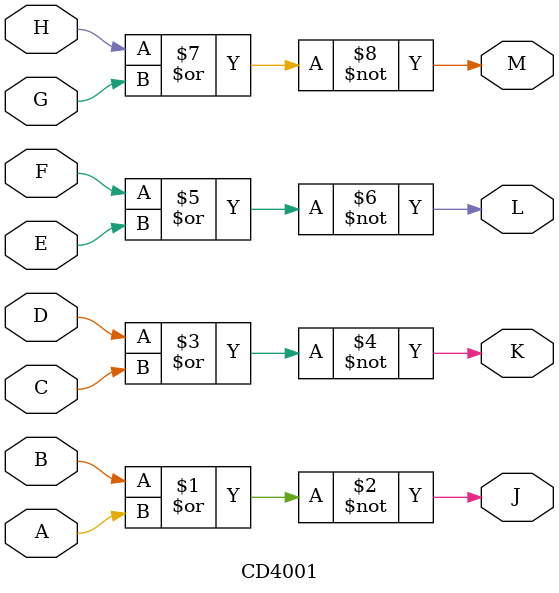
<source format=sv>


module CD4001(
	A,
	B,
	C,
	D,
	E,
	F,
	G,
	H,
	J,
	K,
	L,
	M
);


input wire	A;
input wire	B;
input wire	C;
input wire	D;
input wire	E;
input wire	F;
input wire	G;
input wire	H;
output wire	J;
output wire	K;
output wire	L;
output wire	M;





assign	J = ~(B | A);

assign	K = ~(D | C);

assign	L = ~(F | E);

assign	M = ~(H | G);


endmodule

</source>
